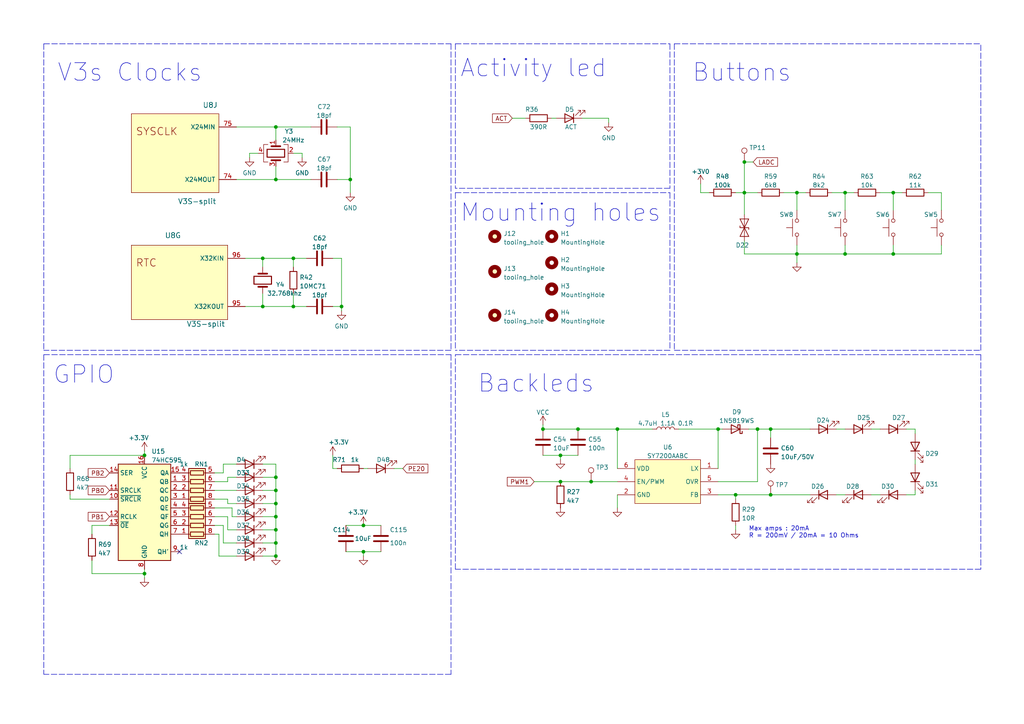
<source format=kicad_sch>
(kicad_sch (version 20211123) (generator eeschema)
  (paper "A4")
  (title_block (title "OzzyBoard Rev B") (date "2024-01-15") (rev "0.92"))
  (junction (at 215.9 46.99))
  (junction (at 245.11 55.88))
  (junction (at 157.48 124.46))
  (junction (at 259.08 73.66))
  (junction (at 99.06 88.9))
  (junction (at 245.11 73.66))
  (junction (at 101.6 52.07))
  (junction (at 41.91 132.08))
  (junction (at 80.01 52.07))
  (junction (at 231.14 55.88))
  (junction (at 80.01 149.86))
  (junction (at 41.91 166.37))
  (junction (at 85.09 74.93))
  (junction (at 162.56 139.7))
  (junction (at 80.01 36.83))
  (junction (at 223.52 143.51))
  (junction (at 80.01 142.24))
  (junction (at 80.01 138.43))
  (junction (at 80.01 146.05))
  (junction (at 76.2 88.9))
  (junction (at 171.45 139.7))
  (junction (at 85.09 88.9))
  (junction (at 80.01 153.67))
  (junction (at 259.08 55.88))
  (junction (at 76.2 74.93))
  (junction (at 80.01 157.48))
  (junction (at 223.52 124.46))
  (junction (at 219.71 124.46))
  (junction (at 208.28 124.46))
  (junction (at 80.01 161.29))
  (junction (at 231.14 73.66))
  (junction (at 213.36 143.51))
  (junction (at 215.9 55.88))
  (junction (at 167.64 124.46))
  (junction (at 179.07 124.46))
  (junction (at 105.41 152.4))
  (junction (at 162.56 132.08))
  (junction (at 105.41 160.02))
  (no_connect (at 52.07 160.02))
  (polyline (pts (xy 194.31 55.88) (xy 194.31 101.6)))
  (wire (pts (xy 160.02 34.29) (xy 161.29 34.29)))
  (wire (pts (xy 41.91 130.81) (xy 41.91 132.08)))
  (wire (pts (xy 85.09 85.09) (xy 85.09 88.9)))
  (wire (pts (xy 255.27 124.46) (xy 252.73 124.46)))
  (wire (pts (xy 265.43 142.24) (xy 265.43 143.51)))
  (wire (pts (xy 213.36 153.67) (xy 213.36 152.4)))
  (wire (pts (xy 215.9 69.85) (xy 215.9 73.66)))
  (wire (pts (xy 262.89 124.46) (xy 265.43 124.46)))
  (wire (pts (xy 231.14 73.66) (xy 245.11 73.66)))
  (wire (pts (xy 176.53 34.29) (xy 176.53 35.56)))
  (wire (pts (xy 80.01 134.62) (xy 80.01 138.43)))
  (wire (pts (xy 208.28 124.46) (xy 209.55 124.46)))
  (wire (pts (xy 273.05 60.96) (xy 273.05 55.88)))
  (polyline (pts (xy 12.7 102.87) (xy 130.81 102.87)))
  (wire (pts (xy 215.9 55.88) (xy 219.71 55.88)))
  (wire (pts (xy 76.2 149.86) (xy 80.01 149.86)))
  (wire (pts (xy 97.79 52.07) (xy 101.6 52.07)))
  (wire (pts (xy 66.04 138.43) (xy 68.58 138.43)))
  (wire (pts (xy 105.41 160.02) (xy 110.49 160.02)))
  (wire (pts (xy 101.6 36.83) (xy 101.6 52.07)))
  (wire (pts (xy 20.32 144.78) (xy 31.75 144.78)))
  (wire (pts (xy 20.32 143.51) (xy 20.32 144.78)))
  (polyline (pts (xy 195.58 101.6) (xy 284.48 101.6)))
  (wire (pts (xy 259.08 71.12) (xy 259.08 73.66)))
  (wire (pts (xy 62.23 149.86) (xy 66.04 149.86)))
  (wire (pts (xy 223.52 143.51) (xy 234.95 143.51)))
  (wire (pts (xy 100.33 152.4) (xy 105.41 152.4)))
  (wire (pts (xy 76.2 134.62) (xy 80.01 134.62)))
  (wire (pts (xy 154.94 139.7) (xy 162.56 139.7)))
  (wire (pts (xy 76.2 153.67) (xy 80.01 153.67)))
  (wire (pts (xy 76.2 142.24) (xy 80.01 142.24)))
  (wire (pts (xy 241.3 55.88) (xy 245.11 55.88)))
  (wire (pts (xy 157.48 124.46) (xy 167.64 124.46)))
  (wire (pts (xy 72.39 45.72) (xy 72.39 44.45)))
  (wire (pts (xy 85.09 88.9) (xy 88.9 88.9)))
  (polyline (pts (xy 132.08 12.7) (xy 132.08 54.61)))
  (wire (pts (xy 71.12 88.9) (xy 76.2 88.9)))
  (wire (pts (xy 215.9 46.99) (xy 215.9 55.88)))
  (wire (pts (xy 63.5 161.29) (xy 68.58 161.29)))
  (polyline (pts (xy 284.48 102.87) (xy 284.48 165.1)))
  (polyline (pts (xy 132.08 55.88) (xy 132.08 101.6)))
  (wire (pts (xy 66.04 149.86) (xy 66.04 153.67)))
  (wire (pts (xy 97.79 135.89) (xy 96.52 135.89)))
  (wire (pts (xy 62.23 137.16) (xy 64.77 137.16)))
  (wire (pts (xy 259.08 55.88) (xy 259.08 60.96)))
  (wire (pts (xy 99.06 88.9) (xy 99.06 90.17)))
  (wire (pts (xy 223.52 127) (xy 223.52 124.46)))
  (wire (pts (xy 62.23 147.32) (xy 67.31 147.32)))
  (wire (pts (xy 148.59 34.29) (xy 152.4 34.29)))
  (wire (pts (xy 171.45 139.7) (xy 179.07 139.7)))
  (wire (pts (xy 80.01 142.24) (xy 80.01 146.05)))
  (wire (pts (xy 162.56 132.08) (xy 167.64 132.08)))
  (wire (pts (xy 76.2 138.43) (xy 80.01 138.43)))
  (wire (pts (xy 219.71 124.46) (xy 223.52 124.46)))
  (wire (pts (xy 217.17 124.46) (xy 219.71 124.46)))
  (wire (pts (xy 96.52 74.93) (xy 99.06 74.93)))
  (wire (pts (xy 76.2 146.05) (xy 80.01 146.05)))
  (wire (pts (xy 87.63 44.45) (xy 87.63 45.72)))
  (wire (pts (xy 179.07 124.46) (xy 167.64 124.46)))
  (wire (pts (xy 105.41 152.4) (xy 110.49 152.4)))
  (wire (pts (xy 64.77 157.48) (xy 68.58 157.48)))
  (wire (pts (xy 105.41 135.89) (xy 106.68 135.89)))
  (wire (pts (xy 80.01 138.43) (xy 80.01 142.24)))
  (wire (pts (xy 203.2 55.88) (xy 205.74 55.88)))
  (wire (pts (xy 20.32 135.89) (xy 20.32 132.08)))
  (wire (pts (xy 67.31 147.32) (xy 67.31 149.86)))
  (wire (pts (xy 76.2 74.93) (xy 76.2 77.47)))
  (wire (pts (xy 62.23 142.24) (xy 68.58 142.24)))
  (wire (pts (xy 64.77 134.62) (xy 68.58 134.62)))
  (wire (pts (xy 179.07 124.46) (xy 189.23 124.46)))
  (wire (pts (xy 213.36 55.88) (xy 215.9 55.88)))
  (wire (pts (xy 179.07 135.89) (xy 179.07 124.46)))
  (wire (pts (xy 66.04 139.7) (xy 66.04 138.43)))
  (wire (pts (xy 80.01 149.86) (xy 80.01 153.67)))
  (wire (pts (xy 80.01 157.48) (xy 80.01 161.29)))
  (wire (pts (xy 64.77 152.4) (xy 64.77 157.48)))
  (wire (pts (xy 99.06 74.93) (xy 99.06 88.9)))
  (polyline (pts (xy 132.08 12.7) (xy 194.31 12.7)))
  (wire (pts (xy 68.58 36.83) (xy 80.01 36.83)))
  (wire (pts (xy 227.33 55.88) (xy 231.14 55.88)))
  (wire (pts (xy 215.9 73.66) (xy 231.14 73.66)))
  (polyline (pts (xy 132.08 165.1) (xy 132.08 102.87)))
  (wire (pts (xy 265.43 124.46) (xy 265.43 125.73)))
  (wire (pts (xy 157.48 123.19) (xy 157.48 124.46)))
  (wire (pts (xy 71.12 74.93) (xy 76.2 74.93)))
  (wire (pts (xy 26.67 166.37) (xy 41.91 166.37)))
  (polyline (pts (xy 12.7 12.7) (xy 130.81 12.7)))
  (wire (pts (xy 168.91 34.29) (xy 176.53 34.29)))
  (wire (pts (xy 213.36 143.51) (xy 223.52 143.51)))
  (wire (pts (xy 231.14 55.88) (xy 233.68 55.88)))
  (wire (pts (xy 97.79 36.83) (xy 101.6 36.83)))
  (polyline (pts (xy 130.81 102.87) (xy 130.81 195.58)))
  (wire (pts (xy 245.11 55.88) (xy 247.65 55.88)))
  (wire (pts (xy 62.23 144.78) (xy 66.04 144.78)))
  (wire (pts (xy 105.41 160.02) (xy 105.41 161.29)))
  (wire (pts (xy 80.01 40.64) (xy 80.01 36.83)))
  (wire (pts (xy 179.07 143.51) (xy 179.07 147.32)))
  (polyline (pts (xy 284.48 165.1) (xy 132.08 165.1)))
  (polyline (pts (xy 194.31 12.7) (xy 194.31 54.61)))
  (wire (pts (xy 245.11 73.66) (xy 259.08 73.66)))
  (wire (pts (xy 162.56 132.08) (xy 162.56 133.35)))
  (wire (pts (xy 208.28 124.46) (xy 196.85 124.46)))
  (wire (pts (xy 203.2 53.34) (xy 203.2 55.88)))
  (wire (pts (xy 219.71 139.7) (xy 219.71 124.46)))
  (polyline (pts (xy 194.31 101.6) (xy 132.08 101.6)))
  (wire (pts (xy 242.57 143.51) (xy 245.11 143.51)))
  (wire (pts (xy 20.32 132.08) (xy 41.91 132.08)))
  (wire (pts (xy 218.44 46.99) (xy 215.9 46.99)))
  (wire (pts (xy 231.14 71.12) (xy 231.14 73.66)))
  (wire (pts (xy 273.05 55.88) (xy 269.24 55.88)))
  (wire (pts (xy 72.39 44.45) (xy 74.93 44.45)))
  (wire (pts (xy 208.28 135.89) (xy 208.28 124.46)))
  (wire (pts (xy 231.14 55.88) (xy 231.14 60.96)))
  (wire (pts (xy 31.75 152.4) (xy 26.67 152.4)))
  (wire (pts (xy 245.11 55.88) (xy 245.11 60.96)))
  (wire (pts (xy 85.09 44.45) (xy 87.63 44.45)))
  (wire (pts (xy 62.23 152.4) (xy 64.77 152.4)))
  (polyline (pts (xy 12.7 12.7) (xy 12.7 101.6)))
  (wire (pts (xy 231.14 73.66) (xy 231.14 76.2)))
  (wire (pts (xy 62.23 139.7) (xy 66.04 139.7)))
  (polyline (pts (xy 194.31 54.61) (xy 132.08 54.61)))
  (wire (pts (xy 64.77 137.16) (xy 64.77 134.62)))
  (wire (pts (xy 26.67 152.4) (xy 26.67 154.94)))
  (wire (pts (xy 80.01 52.07) (xy 90.17 52.07)))
  (wire (pts (xy 265.43 133.35) (xy 265.43 134.62)))
  (wire (pts (xy 255.27 55.88) (xy 259.08 55.88)))
  (wire (pts (xy 41.91 166.37) (xy 41.91 167.64)))
  (wire (pts (xy 101.6 52.07) (xy 101.6 55.88)))
  (wire (pts (xy 41.91 166.37) (xy 41.91 165.1)))
  (polyline (pts (xy 130.81 12.7) (xy 130.81 101.6)))
  (polyline (pts (xy 195.58 12.7) (xy 195.58 101.6)))
  (wire (pts (xy 252.73 143.51) (xy 255.27 143.51)))
  (wire (pts (xy 80.01 48.26) (xy 80.01 52.07)))
  (wire (pts (xy 66.04 146.05) (xy 68.58 146.05)))
  (wire (pts (xy 273.05 73.66) (xy 259.08 73.66)))
  (polyline (pts (xy 195.58 12.7) (xy 284.48 12.7)))
  (wire (pts (xy 80.01 146.05) (xy 80.01 149.86)))
  (wire (pts (xy 259.08 55.88) (xy 261.62 55.88)))
  (wire (pts (xy 223.52 124.46) (xy 234.95 124.46)))
  (polyline (pts (xy 130.81 101.6) (xy 12.7 101.6)))
  (wire (pts (xy 265.43 143.51) (xy 262.89 143.51)))
  (wire (pts (xy 245.11 71.12) (xy 245.11 73.66)))
  (wire (pts (xy 76.2 85.09) (xy 76.2 88.9)))
  (wire (pts (xy 85.09 74.93) (xy 85.09 77.47)))
  (wire (pts (xy 76.2 157.48) (xy 80.01 157.48)))
  (wire (pts (xy 66.04 144.78) (xy 66.04 146.05)))
  (wire (pts (xy 80.01 161.29) (xy 76.2 161.29)))
  (wire (pts (xy 80.01 153.67) (xy 80.01 157.48)))
  (polyline (pts (xy 284.48 101.6) (xy 284.48 12.7)))
  (wire (pts (xy 85.09 74.93) (xy 88.9 74.93)))
  (wire (pts (xy 66.04 153.67) (xy 68.58 153.67)))
  (wire (pts (xy 100.33 160.02) (xy 105.41 160.02)))
  (polyline (pts (xy 130.81 195.58) (xy 12.7 195.58)))
  (wire (pts (xy 208.28 143.51) (xy 213.36 143.51)))
  (wire (pts (xy 76.2 88.9) (xy 85.09 88.9)))
  (wire (pts (xy 67.31 149.86) (xy 68.58 149.86)))
  (wire (pts (xy 96.52 132.08) (xy 96.52 135.89)))
  (polyline (pts (xy 12.7 102.87) (xy 12.7 195.58)))
  (wire (pts (xy 99.06 88.9) (xy 96.52 88.9)))
  (wire (pts (xy 242.57 124.46) (xy 245.11 124.46)))
  (wire (pts (xy 213.36 143.51) (xy 213.36 144.78)))
  (wire (pts (xy 157.48 132.08) (xy 162.56 132.08)))
  (wire (pts (xy 273.05 71.12) (xy 273.05 73.66)))
  (wire (pts (xy 162.56 139.7) (xy 171.45 139.7)))
  (wire (pts (xy 215.9 55.88) (xy 215.9 62.23)))
  (polyline (pts (xy 132.08 55.88) (xy 194.31 55.88)))
  (wire (pts (xy 62.23 154.94) (xy 63.5 154.94)))
  (wire (pts (xy 76.2 74.93) (xy 85.09 74.93)))
  (wire (pts (xy 63.5 154.94) (xy 63.5 161.29)))
  (wire (pts (xy 26.67 162.56) (xy 26.67 166.37)))
  (wire (pts (xy 116.84 135.89) (xy 114.3 135.89)))
  (wire (pts (xy 68.58 52.07) (xy 80.01 52.07)))
  (wire (pts (xy 80.01 36.83) (xy 90.17 36.83)))
  (wire (pts (xy 208.28 139.7) (xy 219.71 139.7)))
  (polyline (pts (xy 132.08 102.87) (xy 284.48 102.87)))
  (text "GPIO" (at 15.24 111.76 0) (effects (font (size 5.08 5.08)) (justify left bottom)))
  (text "Backleds" (at 138.43 114.3 0) (effects (font (size 5.08 5.08)) (justify left bottom)))
  (text "Activity led" (at 133.35 22.86 0) (effects (font (size 5.08 5.08)) (justify left bottom)))
  (text "Mounting holes" (at 133.35 64.77 0) (effects (font (size 5.08 5.08)) (justify left bottom)))
  (text "V3s Clocks" (at 16.51 24.13 0) (effects (font (size 5.08 5.08)) (justify left bottom)))
  (text "Buttons" (at 200.66 24.13 0) (effects (font (size 5.08 5.08)) (justify left bottom)))
  (text "Max amps : 20mA\nR = 200mV / 20mA = 10 Ohms" (at 217.17 156.21 0) (effects (font (size 1.27 1.27)) (justify left bottom)))
  (global_label "PB1" (shape input) (at 31.75 149.86 180) (property "Intersheet References" "${INTERSHEET_REFS}" (effects hide)))
  (global_label "PB0" (shape input) (at 31.75 142.24 180) (property "Intersheet References" "${INTERSHEET_REFS}" (effects hide)))
  (global_label "PE20" (shape input) (at 116.84 135.89 0) (property "Intersheet References" "${INTERSHEET_REFS}" (effects hide)))
  (global_label "PWM1" (shape input) (at 154.94 139.7 180) (property "Intersheet References" "${INTERSHEET_REFS}" (effects hide)))
  (global_label "LADC" (shape input) (at 218.44 46.99 0) (property "Intersheet References" "${INTERSHEET_REFS}" (effects hide)))
  (global_label "PB2" (shape input) (at 31.75 137.16 180) (property "Intersheet References" "${INTERSHEET_REFS}" (effects hide)))
  (global_label "ACT" (shape input) (at 148.59 34.29 180) (property "Intersheet References" "${INTERSHEET_REFS}" (effects hide)))
  (symbol (lib_id "power:GND") (at 41.91 167.64 0) (unit 1)
    (property "Reference" "#PWR0175" (effects hide))
    (property "Value" "GND" (effects hide))
  )
  (symbol (lib_id "Device:R") (at 26.67 158.75 0) (unit 1)
    (property "Reference" "R69" (at 28.448 157.9153 0) (effects (justify left)))
    (property "Value" "4k7" (at 28.448 160.4522 0) (effects (justify left)))
    (property "Footprint" "Resistor_SMD:R_0402_1005Metric" (effects hide))
    (property "LCSC" "C25900" (effects hide))
  )
  (symbol (lib_id "Device:LED") (at 72.39 142.24 180) (unit 1)
    (property "Reference" "D34" (at 68.58 140.97 0) (effects (justify right)))
    (property "Value" "ACT" (effects hide))
    (property "Footprint" "custom:led_0603_no_silkscreen" (effects hide))
    (property "LCSC" "C2286" (effects hide))
  )
  (symbol (lib_id "Device:R") (at 213.36 148.59 0) (unit 1)
    (property "Reference" "R29" (at 215.138 147.7553 0) (effects (justify left)))
    (property "Value" "10R" (at 215.138 150.2922 0) (effects (justify left)))
    (property "Footprint" "Resistor_SMD:R_0603_1608Metric" (effects hide))
    (property "LCSC" "C22859" (effects hide))
  )
  (symbol (lib_id "power:GND") (at 87.63 45.72 0) (unit 1)
    (property "Reference" "#PWR0102" (effects hide))
    (property "Value" "GND" (at 87.63 50.1634 0))
  )
  (symbol (lib_id "Mechanical:MountingHole") (at 160.02 91.44 0) (unit 1) (in_bom no)
    (property "Reference" "H4" (at 162.56 90.6053 0) (effects (justify left)))
    (property "Value" "MountingHole" (at 162.56 93.1422 0) (effects (justify left)))
    (property "Footprint" "MountingHole:MountingHole_3.2mm_M3" (effects hide))
  )
  (symbol (lib_id "Device:R") (at 237.49 55.88 90) (unit 1)
    (property "Reference" "R64" (at 237.49 51.1642 90))
    (property "Value" "8k2" (at 237.49 53.7011 90))
    (property "Footprint" "Resistor_SMD:R_0402_1005Metric" (effects hide))
    (property "LCSC" "C25924" (effects hide))
  )
  (symbol (lib_id "Switch:SW_Push") (at 245.11 66.04 90) (mirror x) (unit 1)
    (property "Reference" "SW7" (at 240.03 62.23 90) (effects (justify right)))
    (property "Value" "C" (effects hide))
    (property "Footprint" "Button_Switch_SMD:SW_SPST_TL3342" (effects hide))
    (property "LCSC" "C318884" (effects hide))
  )
  (symbol (lib_id "Device:R") (at 209.55 55.88 90) (unit 1)
    (property "Reference" "R48" (at 209.55 51.1642 90))
    (property "Value" "100k" (at 209.55 53.7011 90))
    (property "Footprint" "Resistor_SMD:R_0402_1005Metric" (effects hide))
    (property "LCSC" "C25741" (effects hide))
  )
  (symbol (lib_id "power:+3V0") (at 203.2 53.34 0) (unit 1)
    (property "Reference" "#PWR01" (effects hide))
    (property "Value" "+3V0" (at 203.2 49.7642 0))
  )
  (symbol (lib_id "power:GND") (at 99.06 90.17 0) (unit 1)
    (property "Reference" "#PWR0104" (effects hide))
    (property "Value" "GND" (at 99.06 94.6134 0))
  )
  (symbol (lib_id "power:+3.3V") (at 96.52 132.08 0) (mirror y) (unit 1)
    (property "Reference" "#PWR0182" (effects hide))
    (property "Value" "+3.3V" (at 95.25 128.27 0) (effects (justify right)))
  )
  (symbol (lib_id "Device:LED") (at 248.92 143.51 0) (unit 1)
    (property "Reference" "D28" (at 247.3325 141.0772 0))
    (property "Value" "LED" (effects hide))
    (property "Footprint" "LED_SMD:LED_0603_1608Metric" (effects hide))
  )
  (symbol (lib_id "LED_DRIVER:SY7200AABC") (at 194.31 140.97 0) (unit 1)
    (property "Reference" "U6" (at 193.675 129.701 0))
    (property "Value" "SY7200AABC" (at 193.675 132.2379 0))
    (property "Footprint" "Package_TO_SOT_SMD:SOT-23-6" (effects hide))
    (property "LCSC" "C107309" (effects hide))
  )
  (symbol (lib_id "74xx:74HC595") (at 41.91 147.32 0) (unit 1)
    (property "Reference" "U15" (at 43.9294 130.9202 0) (effects (justify left)))
    (property "Value" "74HC595" (at 43.9294 133.4571 0) (effects (justify left)))
    (property "Footprint" "Package_SO:SOIC-16_3.9x9.9mm_P1.27mm" (effects hide))
    (property "Datasheet" "http://www.ti.com/lit/ds/symlink/sn74hc595.pdf" (effects hide))
    (property "LCSC" "C5947" (effects hide))
  )
  (symbol (lib_id "custom:tooling_hole") (at 143.51 76.2 0) (unit 1)
    (property "Reference" "J13" (at 146.05 77.9053 0) (effects (justify left)))
    (property "Value" "tooling_hole" (at 146.05 80.4422 0) (effects (justify left)))
    (property "Footprint" "custom:tooling hole" (effects hide))
  )
  (symbol (lib_id "custom:tooling_hole") (at 143.51 66.04 0) (unit 1)
    (property "Reference" "J12" (at 146.05 67.7453 0) (effects (justify left)))
    (property "Value" "tooling_hole" (at 146.05 70.2822 0) (effects (justify left)))
    (property "Footprint" "custom:tooling hole" (effects hide))
  )
  (symbol (lib_id "Device:LED") (at 72.39 157.48 180) (unit 1)
    (property "Reference" "D38" (at 68.58 156.21 0) (effects (justify right)))
    (property "Value" "LED" (effects hide))
    (property "Footprint" "custom:led_0603_no_silkscreen" (effects hide))
    (property "LCSC" "C72038" (effects hide))
  )
  (symbol (lib_id "Device:LED") (at 72.39 146.05 180) (unit 1)
    (property "Reference" "D35" (at 68.58 144.78 0) (effects (justify right)))
    (property "Value" "ACT" (effects hide))
    (property "Footprint" "custom:led_0603_no_silkscreen" (effects hide))
    (property "LCSC" "C2286" (effects hide))
  )
  (symbol (lib_id "Device:R") (at 223.52 55.88 90) (unit 1)
    (property "Reference" "R59" (at 223.52 51.1642 90))
    (property "Value" "6k8" (at 223.52 53.7011 90))
    (property "Footprint" "Resistor_SMD:R_0402_1005Metric" (effects hide))
    (property "LCSC" "C25917" (effects hide))
  )
  (symbol (lib_id "Diode:1N5819WS") (at 213.36 124.46 180) (unit 1)
    (property "Reference" "D9" (at 213.6775 119.4902 0))
    (property "Value" "1N5819WS" (at 213.6775 122.0271 0))
    (property "Footprint" "Diode_SMD:D_SOD-123" (effects hide))
    (property "Datasheet" "https://datasheet.lcsc.com/lcsc/2204281430_Guangdong-Hottech-1N5819WS_C191023.pdf" (effects hide))
    (property "LCSC" "C8598" (effects hide))
  )
  (symbol (lib_id "custom:tooling_hole") (at 143.51 88.9 0) (unit 1)
    (property "Reference" "J14" (at 146.05 90.6053 0) (effects (justify left)))
    (property "Value" "tooling_hole" (at 146.05 93.1422 0) (effects (justify left)))
    (property "Footprint" "custom:tooling hole" (effects hide))
  )
  (symbol (lib_id "power:VCC") (at 157.48 123.19 0) (unit 1)
    (property "Reference" "#PWR0146" (effects hide))
    (property "Value" "VCC" (at 157.48 119.6142 0))
  )
  (symbol (lib_id "Allwinner:V3S-split") (at 52.07 137.16 0) (unit 7)
    (property "Reference" "U8" (at 50.165 68.281 0) (effects (font (size 1.4986 1.4986))))
    (property "Value" "V3S-split" (at 59.69 93.98 0) (effects (font (size 1.4986 1.4986))))
    (property "Footprint" "Allwinner:V3s-ELQFP-128" (effects hide))
    (property "LCSC" "C2687449" (effects hide))
  )
  (symbol (lib_id "power:GND") (at 223.52 134.62 0) (unit 1)
    (property "Reference" "#PWR0151" (effects hide))
    (property "Value" "GND" (effects hide))
  )
  (symbol (lib_id "Device:R") (at 162.56 143.51 0) (unit 1)
    (property "Reference" "R27" (at 164.338 142.6753 0) (effects (justify left)))
    (property "Value" "4k7" (at 164.338 145.2122 0) (effects (justify left)))
    (property "Footprint" "Resistor_SMD:R_0402_1005Metric" (effects hide))
    (property "LCSC" "C25900" (effects hide))
  )
  (symbol (lib_id "Device:LED") (at 265.43 138.43 90) (unit 1)
    (property "Reference" "D31" (at 268.351 140.4513 90) (effects (justify right)))
    (property "Value" "LED" (effects hide))
    (property "Footprint" "LED_SMD:LED_0603_1608Metric" (effects hide))
  )
  (symbol (lib_id "Connector:TestPoint") (at 171.45 139.7 0) (unit 1) (in_bom no)
    (property "Reference" "TP3" (at 172.847 135.5633 0) (effects (justify left)))
    (property "Value" "TestPoint" (effects hide))
    (property "Footprint" "TestPoint:TestPoint_Pad_D1.0mm" (effects hide))
  )
  (symbol (lib_id "Device:Crystal") (at 76.2 81.28 90) (unit 1)
    (property "Reference" "Y4" (at 80.01 82.55 90) (effects (justify right)))
    (property "Value" "32.768khz" (at 77.47 85.09 90) (effects (justify right)))
    (property "Footprint" "Crystal:Crystal_SMD_MicroCrystal_CC7V-T1A-2Pin_3.2x1.5mm_HandSoldering" (effects hide))
    (property "LCSC" "C32346" (effects hide))
  )
  (symbol (lib_id "power:GND") (at 179.07 147.32 0) (unit 1)
    (property "Reference" "#PWR0149" (effects hide))
    (property "Value" "GND" (effects hide))
  )
  (symbol (lib_id "power:GND") (at 213.36 153.67 0) (unit 1)
    (property "Reference" "#PWR0150" (effects hide))
    (property "Value" "GND" (effects hide))
  )
  (symbol (lib_id "Device:C") (at 92.71 88.9 90) (unit 1)
    (property "Reference" "C71" (at 92.71 83.0412 90))
    (property "Value" "18pf" (at 92.71 85.5781 90))
    (property "Footprint" "Capacitor_SMD:C_0402_1005Metric" (effects hide))
    (property "LCSC" "C1549" (effects hide))
  )
  (symbol (lib_name "V3S-split_1") (lib_id "Allwinner:V3S-split") (at 50.8 102.87 0) (unit 10)
    (property "Reference" "U8" (at 60.96 30.48 0) (effects (font (size 1.4986 1.4986))))
    (property "Value" "V3S-split" (at 57.15 58.42 0) (effects (font (size 1.4986 1.4986))))
    (property "Footprint" "Allwinner:V3s-ELQFP-128" (effects hide))
    (property "LCSC" "C2687449" (effects hide))
  )
  (symbol (lib_id "Device:LED") (at 259.08 124.46 180) (unit 1)
    (property "Reference" "D27" (at 260.6675 121.1382 0))
    (property "Value" "LED" (effects hide))
    (property "Footprint" "LED_SMD:LED_0603_1608Metric" (effects hide))
  )
  (symbol (lib_id "Diode:ESD9B3.3ST5G") (at 215.9 66.04 270) (unit 1)
    (property "Reference" "D22" (at 213.36 71.12 90) (effects (justify left)))
    (property "Value" "ESD5451X-2/TR" (effects hide))
    (property "Footprint" "ESD:ESD5451X-2" (effects hide))
    (property "LCSC" "C239558" (effects hide))
  )
  (symbol (lib_id "Device:LED") (at 72.39 138.43 180) (unit 1)
    (property "Reference" "D33" (at 68.58 137.16 0) (effects (justify right)))
    (property "Value" "ACT" (effects hide))
    (property "Footprint" "custom:led_0603_no_silkscreen" (effects hide))
    (property "LCSC" "C2286" (effects hide))
  )
  (symbol (lib_id "Device:C") (at 100.33 156.21 0) (unit 1)
    (property "Reference" "C114" (at 96.52 153.67 0) (effects (justify left)))
    (property "Value" "10uF" (at 102.87 156.21 0) (effects (justify left)))
    (property "Footprint" "Capacitor_SMD:C_0603_1608Metric" (effects hide))
    (property "LCSC" "C19702" (effects hide))
  )
  (symbol (lib_id "power:GND") (at 231.14 76.2 0) (unit 1)
    (property "Reference" "#PWR02" (effects hide))
    (property "Value" "GND" (effects hide))
  )
  (symbol (lib_id "power:+3.3V") (at 41.91 130.81 0) (unit 1)
    (property "Reference" "#PWR0176" (effects hide))
    (property "Value" "+3.3V" (at 43.18 127 0) (effects (justify right)))
  )
  (symbol (lib_id "Device:R_Pack04") (at 57.15 139.7 270) (mirror x) (unit 1)
    (property "Reference" "RN1" (at 58.42 134.62 90))
    (property "Value" "1k" (at 53.34 134.62 90))
    (property "Footprint" "Resistor_SMD:R_Array_Concave_4x0603" (effects hide))
    (property "LCSC" "C20197" (effects hide))
  )
  (symbol (lib_id "Device:R") (at 20.32 139.7 0) (unit 1)
    (property "Reference" "R68" (at 22.098 138.8653 0) (effects (justify left)))
    (property "Value" "4k7" (at 22.098 141.4022 0) (effects (justify left)))
    (property "Footprint" "Resistor_SMD:R_0402_1005Metric" (effects hide))
    (property "LCSC" "C25900" (effects hide))
  )
  (symbol (lib_id "Mechanical:MountingHole") (at 160.02 83.82 0) (unit 1) (in_bom no)
    (property "Reference" "H3" (at 162.56 82.9853 0) (effects (justify left)))
    (property "Value" "MountingHole" (at 162.56 85.5222 0) (effects (justify left)))
    (property "Footprint" "MountingHole:MountingHole_3.2mm_M3" (effects hide))
  )
  (symbol (lib_id "Device:LED") (at 165.1 34.29 180) (unit 1)
    (property "Reference" "D5" (at 163.83 31.75 0) (effects (justify right)))
    (property "Value" "ACT" (at 163.83 36.83 0) (effects (justify right)))
    (property "Footprint" "LED_SMD:LED_0603_1608Metric" (effects hide))
    (property "LCSC" "C72043" (effects hide))
  )
  (symbol (lib_id "Connector:TestPoint") (at 223.52 143.51 0) (unit 1) (in_bom no)
    (property "Reference" "TP7" (at 224.917 140.6418 0) (effects (justify left)))
    (property "Value" "TestPoint" (effects hide))
    (property "Footprint" "TestPoint:TestPoint_Pad_D1.0mm" (effects hide))
  )
  (symbol (lib_id "Device:C") (at 167.64 128.27 0) (unit 1)
    (property "Reference" "C55" (at 170.561 127.4353 0) (effects (justify left)))
    (property "Value" "100n" (at 170.561 129.9722 0) (effects (justify left)))
    (property "Footprint" "Capacitor_SMD:C_0402_1005Metric" (effects hide))
    (property "LCSC" "C1525" (effects hide))
  )
  (symbol (lib_id "Device:C") (at 110.49 156.21 0) (unit 1)
    (property "Reference" "C115" (at 113.03 153.67 0) (effects (justify left)))
    (property "Value" "100n" (at 113.03 157.48 0) (effects (justify left)))
    (property "Footprint" "Capacitor_SMD:C_0402_1005Metric" (effects hide))
    (property "LCSC" "C1525" (effects hide))
  )
  (symbol (lib_id "power:GND") (at 101.6 55.88 0) (unit 1)
    (property "Reference" "#PWR0101" (effects hide))
    (property "Value" "GND" (at 101.6 60.3234 0))
  )
  (symbol (lib_id "Device:LED") (at 110.49 135.89 180) (unit 1)
    (property "Reference" "D48" (at 109.22 133.35 0) (effects (justify right)))
    (property "Value" "ACT2" (effects hide))
    (property "Footprint" "LED_SMD:LED_0603_1608Metric" (effects hide))
    (property "LCSC" "C2286" (effects hide))
  )
  (symbol (lib_id "Device:L") (at 193.04 124.46 90) (unit 1)
    (property "Reference" "L5" (at 193.04 120.2522 90))
    (property "Value" "4.7uH 1.1A 0.1R" (at 193.04 122.7891 90))
    (property "Footprint" "Inductor_SMD:L_Bourns-SRN4018" (effects hide))
    (property "LCSC" "C354574" (effects hide))
  )
  (symbol (lib_id "Device:LED") (at 72.39 149.86 180) (unit 1)
    (property "Reference" "D36" (at 68.58 148.59 0) (effects (justify right)))
    (property "Value" "LED" (effects hide))
    (property "Footprint" "custom:led_0603_no_silkscreen" (effects hide))
    (property "LCSC" "C72038" (effects hide))
  )
  (symbol (lib_id "power:GND") (at 105.41 161.29 0) (unit 1)
    (property "Reference" "#PWR0179" (effects hide))
    (property "Value" "GND" (effects hide))
  )
  (symbol (lib_id "Device:R") (at 101.6 135.89 270) (mirror x) (unit 1)
    (property "Reference" "R71" (at 100.33 133.35 90) (effects (justify right)))
    (property "Value" "1k" (at 104.14 133.35 90) (effects (justify right)))
    (property "Footprint" "Resistor_SMD:R_0603_1608Metric" (effects hide))
    (property "LCSC" "C21190" (effects hide))
  )
  (symbol (lib_id "Mechanical:MountingHole") (at 160.02 76.2 0) (unit 1) (in_bom no)
    (property "Reference" "H2" (at 162.56 75.3653 0) (effects (justify left)))
    (property "Value" "MountingHole" (at 162.56 77.9022 0) (effects (justify left)))
    (property "Footprint" "MountingHole:MountingHole_3.2mm_M3" (effects hide))
  )
  (symbol (lib_id "Device:C") (at 92.71 74.93 90) (unit 1)
    (property "Reference" "C62" (at 92.71 69.0712 90))
    (property "Value" "18pf" (at 92.71 71.6081 90))
    (property "Footprint" "Capacitor_SMD:C_0402_1005Metric" (effects hide))
    (property "LCSC" "C1549" (effects hide))
  )
  (symbol (lib_id "Device:R_Pack04") (at 57.15 149.86 270) (mirror x) (unit 1)
    (property "Reference" "RN2" (at 58.42 157.48 90))
    (property "Value" "1k" (at 53.34 158.75 90))
    (property "Footprint" "Resistor_SMD:R_Array_Concave_4x0603" (effects hide))
    (property "LCSC" "C20197" (effects hide))
  )
  (symbol (lib_id "Mechanical:MountingHole") (at 160.02 68.58 0) (unit 1) (in_bom no)
    (property "Reference" "H1" (at 162.56 67.7453 0) (effects (justify left)))
    (property "Value" "MountingHole" (at 162.56 70.2822 0) (effects (justify left)))
    (property "Footprint" "MountingHole:MountingHole_3.2mm_M3" (effects hide))
  )
  (symbol (lib_id "power:+3.3V") (at 105.41 152.4 0) (unit 1)
    (property "Reference" "#PWR0178" (effects hide))
    (property "Value" "+3.3V" (at 106.68 148.59 0) (effects (justify right)))
  )
  (symbol (lib_id "power:GND") (at 162.56 133.35 0) (unit 1)
    (property "Reference" "#PWR0147" (effects hide))
    (property "Value" "GND" (effects hide))
  )
  (symbol (lib_id "Device:LED") (at 72.39 153.67 180) (unit 1)
    (property "Reference" "D37" (at 68.58 152.4 0) (effects (justify right)))
    (property "Value" "LED" (effects hide))
    (property "Footprint" "custom:led_0603_no_silkscreen" (effects hide))
    (property "LCSC" "C72038" (effects hide))
  )
  (symbol (lib_id "Switch:SW_Push") (at 259.08 66.04 90) (mirror x) (unit 1)
    (property "Reference" "SW6" (at 254 62.23 90) (effects (justify right)))
    (property "Value" "B" (effects hide))
    (property "Footprint" "Button_Switch_SMD:SW_SPST_TL3342" (effects hide))
    (property "LCSC" "C318884" (effects hide))
  )
  (symbol (lib_id "Device:R") (at 156.21 34.29 270) (unit 1)
    (property "Reference" "R36" (at 156.21 31.75 90) (effects (justify right)))
    (property "Value" "390R" (at 158.75 36.83 90) (effects (justify right)))
    (property "Footprint" "Resistor_SMD:R_0603_1608Metric" (effects hide))
    (property "LCSC" "C23151" (effects hide))
  )
  (symbol (lib_id "power:GND") (at 80.01 161.29 0) (unit 1)
    (property "Reference" "#PWR0183" (effects hide))
    (property "Value" "GND" (effects hide))
  )
  (symbol (lib_id "Device:LED") (at 72.39 134.62 180) (unit 1)
    (property "Reference" "D4" (at 68.58 133.35 0) (effects (justify right)))
    (property "Value" "ACT" (effects hide))
    (property "Footprint" "custom:led_0603_no_silkscreen" (effects hide))
    (property "LCSC" "C2286" (effects hide))
  )
  (symbol (lib_id "Switch:SW_Push") (at 273.05 66.04 90) (mirror x) (unit 1)
    (property "Reference" "SW5" (at 267.97 62.23 90) (effects (justify right)))
    (property "Value" "A" (effects hide))
    (property "Footprint" "Button_Switch_SMD:SW_SPST_TL3342" (effects hide))
    (property "LCSC" "C318884" (effects hide))
  )
  (symbol (lib_id "Device:LED") (at 259.08 143.51 0) (unit 1)
    (property "Reference" "D30" (at 257.4925 141.0772 0))
    (property "Value" "LED" (effects hide))
    (property "Footprint" "LED_SMD:LED_0603_1608Metric" (effects hide))
  )
  (symbol (lib_id "Device:R") (at 265.43 55.88 90) (unit 1)
    (property "Reference" "R62" (at 265.43 51.1642 90))
    (property "Value" "11k" (at 265.43 53.7011 90))
    (property "Footprint" "Resistor_SMD:R_0603_1608Metric" (effects hide))
    (property "LCSC" "C25950" (effects hide))
  )
  (symbol (lib_id "Device:C") (at 93.98 36.83 90) (unit 1)
    (property "Reference" "C72" (at 93.98 30.9712 90))
    (property "Value" "18pf" (at 93.98 33.5081 90))
    (property "Footprint" "Capacitor_SMD:C_0402_1005Metric" (effects hide))
    (property "LCSC" "C1549" (effects hide))
  )
  (symbol (lib_id "Device:LED") (at 248.92 124.46 180) (unit 1)
    (property "Reference" "D25" (at 250.5075 121.1382 0))
    (property "Value" "LED" (effects hide))
    (property "Footprint" "LED_SMD:LED_0603_1608Metric" (effects hide))
  )
  (symbol (lib_id "power:GND") (at 72.39 45.72 0) (unit 1)
    (property "Reference" "#PWR0103" (effects hide))
    (property "Value" "GND" (at 72.39 50.1634 0))
  )
  (symbol (lib_id "Device:R") (at 85.09 81.28 0) (unit 1)
    (property "Reference" "R42" (at 86.868 80.4453 0) (effects (justify left)))
    (property "Value" "10M" (at 86.868 82.9822 0) (effects (justify left)))
    (property "Footprint" "Resistor_SMD:R_0402_1005Metric" (effects hide))
    (property "LCSC" "C26082" (effects hide))
  )
  (symbol (lib_id "Device:R") (at 251.46 55.88 90) (unit 1)
    (property "Reference" "R63" (at 251.46 51.1642 90))
    (property "Value" "10k" (at 251.46 53.7011 90))
    (property "Footprint" "Resistor_SMD:R_0402_1005Metric" (effects hide))
    (property "LCSC" "C25744" (effects hide))
  )
  (symbol (lib_id "power:GND") (at 162.56 147.32 0) (unit 1)
    (property "Reference" "#PWR0148" (effects hide))
    (property "Value" "GND" (effects hide))
  )
  (symbol (lib_id "Connector:TestPoint") (at 215.9 46.99 0) (unit 1) (in_bom no)
    (property "Reference" "TP11" (at 217.297 42.8533 0) (effects (justify left)))
    (property "Value" "TestPoint" (effects hide))
    (property "Footprint" "TestPoint:TestPoint_Pad_D1.0mm" (effects hide))
  )
  (symbol (lib_id "Device:LED") (at 238.76 143.51 0) (unit 1)
    (property "Reference" "D26" (at 237.1725 141.0772 0))
    (property "Value" "LED" (effects hide))
    (property "Footprint" "LED_SMD:LED_0603_1608Metric" (effects hide))
  )
  (symbol (lib_id "Device:Crystal_GND24") (at 80.01 44.45 270) (unit 1)
    (property "Reference" "Y3" (at 83.82 38.1 90))
    (property "Value" "24MHz" (at 85.09 40.64 90))
    (property "Footprint" "Crystal:Crystal_SMD_2520-4Pin_2.5x2.0mm" (effects hide))
    (property "LCSC" "C255952" (effects hide))
  )
  (symbol (lib_id "Switch:SW_Push") (at 231.14 66.04 90) (mirror x) (unit 1)
    (property "Reference" "SW8" (at 226.06 62.23 90) (effects (justify right)))
    (property "Value" "D" (effects hide))
    (property "Footprint" "Button_Switch_SMD:SW_SPST_TL3342" (effects hide))
    (property "LCSC" "C318884" (effects hide))
  )
  (symbol (lib_id "power:GND") (at 176.53 35.56 0) (unit 1)
    (property "Reference" "#PWR0164" (effects hide))
    (property "Value" "GND" (at 176.53 40.0034 0))
  )
  (symbol (lib_id "Device:LED") (at 238.76 124.46 180) (unit 1)
    (property "Reference" "D24" (at 238.76 121.92 0))
    (property "Value" "LED" (effects hide))
    (property "Footprint" "LED_SMD:LED_0603_1608Metric" (effects hide))
  )
  (symbol (lib_id "Device:C") (at 157.48 128.27 0) (unit 1)
    (property "Reference" "C54" (at 160.401 127.4353 0) (effects (justify left)))
    (property "Value" "10uF" (at 160.401 129.9722 0) (effects (justify left)))
    (property "Footprint" "Capacitor_SMD:C_0603_1608Metric" (effects hide))
    (property "LCSC" "C19702" (effects hide))
  )
  (symbol (lib_id "Device:LED") (at 265.43 129.54 90) (unit 1)
    (property "Reference" "D29" (at 268.351 131.5613 90) (effects (justify right)))
    (property "Value" "LED" (effects hide))
    (property "Footprint" "LED_SMD:LED_0603_1608Metric" (effects hide))
  )
  (symbol (lib_id "Device:C") (at 93.98 52.07 90) (unit 1)
    (property "Reference" "C67" (at 93.98 46.2112 90))
    (property "Value" "18pf" (at 93.98 48.7481 90))
    (property "Footprint" "Capacitor_SMD:C_0402_1005Metric" (effects hide))
    (property "LCSC" "C1549" (effects hide))
  )
  (symbol (lib_id "Device:C") (at 223.52 130.81 0) (unit 1)
    (property "Reference" "C60" (at 226.441 129.9753 0) (effects (justify left)))
    (property "Value" "10uF/50V" (at 226.441 132.5122 0) (effects (justify left)))
    (property "Footprint" "LED_SMD:LED_1206_3216Metric" (effects hide))
    (property "LCSC" "C13585" (effects hide))
  )
  (symbol (lib_id "Device:LED") (at 72.39 161.29 180) (unit 1)
    (property "Reference" "D39" (at 68.58 160.02 0) (effects (justify right)))
    (property "Value" "LED" (effects hide))
    (property "Footprint" "custom:led_0603_no_silkscreen" (effects hide))
    (property "LCSC" "C72038" (effects hide))
  )
)
</source>
